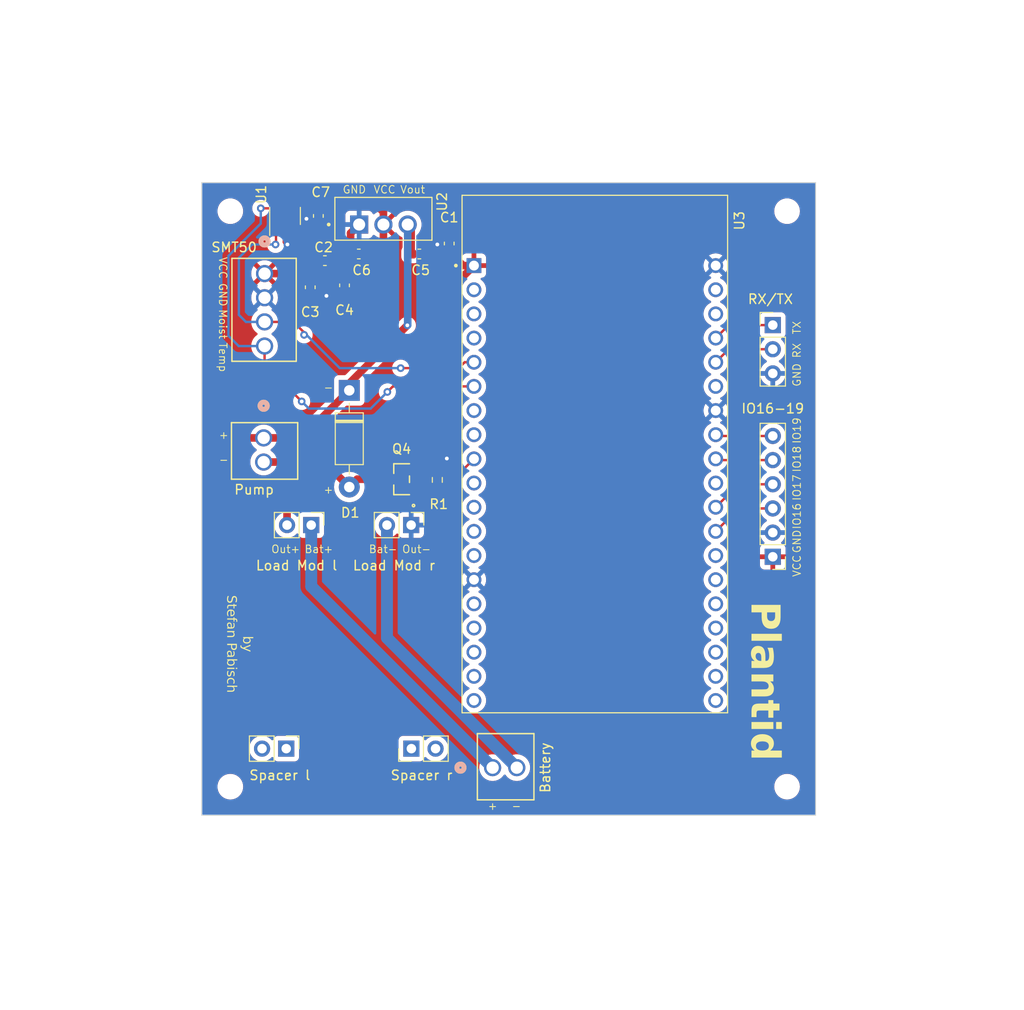
<source format=kicad_pcb>
(kicad_pcb (version 20221018) (generator pcbnew)
  (layers (0 "F.Cu" signal) (31 "B.Cu" signal) (34 "B.Paste" user) (35 "F.Paste" user) (36 "B.SilkS" user "B.Silkscreen") (37 "F.SilkS" user "F.Silkscreen") (38 "B.Mask" user) (39 "F.Mask" user) (44 "Edge.Cuts" user))
  (net 0 "")
  (net 1 "GND")
  (net 2 "+3.3V")
  (net 3 "/Charger +")
  (net 4 "/Moisture")
  (net 5 "/Temperature")
  (net 6 "Net-(J3-Pin_1)")
  (net 7 "Net-(J3-Pin_2)")
  (net 8 "/IO16")
  (net 9 "/IO17")
  (net 10 "/IO18")
  (net 11 "/IO19")
  (net 12 "/TX")
  (net 13 "/RX")
  (net 39 "/Gate")
  (net 40 "Net-(D1-A)")
  (footprint "ESP32-DEVKITC-32D:MODULE_ESP32-DEVKITC-32D" (layer "F.Cu") (at 145.3 106.48)
    (fp_text reference "U3" (at 15.2 -24.48 90) (layer "F.SilkS") (effects (font (size 1.000386 1.000386))))
    (fp_text value "ESP32-DEVKITC-32D")
    (fp_line (start -13.95 -27.15) (end 13.95 -27.15) (stroke (width 0.127)) (layer "F.SilkS"))
    (fp_line (start -13.95 27.25) (end -13.95 -27.15) (stroke (width 0.127)) (layer "F.SilkS"))
    (fp_line (start 13.95 -27.15) (end 13.95 27.25) (stroke (width 0.127)) (layer "F.SilkS"))
    (fp_line (start 13.95 27.25) (end -13.95 27.25) (stroke (width 0.127)) (layer "F.SilkS"))
    (fp_circle (center -14.6 -19.76) (end -14.5 -19.76) (stroke (width 0.2)) (fill none) (layer "F.SilkS"))
    (pad "J2-1" thru_hole rect (at -12.7 -19.76) (size 1.56 1.56) (drill 1.04) (layers "*.Cu" "*.Mask") (net 2 "+3.3V"))
    (pad "J2-2" thru_hole circle (at -12.7 -17.22) (size 1.56 1.56) (drill 1.04) (layers "*.Cu" "*.Mask"))
    (pad "J2-3" thru_hole circle (at -12.7 -14.68) (size 1.56 1.56) (drill 1.04) (layers "*.Cu" "*.Mask"))
    (pad "J2-4" thru_hole circle (at -12.7 -12.14) (size 1.56 1.56) (drill 1.04) (layers "*.Cu" "*.Mask"))
    (pad "J2-5" thru_hole circle (at -12.7 -9.6) (size 1.56 1.56) (drill 1.04) (layers "*.Cu" "*.Mask") (net 4 "/Moisture"))
    (pad "J2-6" thru_hole circle (at -12.7 -7.06) (size 1.56 1.56) (drill 1.04) (layers "*.Cu" "*.Mask") (net 5 "/Temperature"))
    (pad "J2-7" thru_hole circle (at -12.7 -4.52) (size 1.56 1.56) (drill 1.04) (layers "*.Cu" "*.Mask"))
    (pad "J2-8" thru_hole circle (at -12.7 -1.98) (size 1.56 1.56) (drill 1.04) (layers "*.Cu" "*.Mask"))
    (pad "J2-9" thru_hole circle (at -12.7 0.56) (size 1.56 1.56) (drill 1.04) (layers "*.Cu" "*.Mask") (net 39 "/Gate"))
    (pad "J2-10" thru_hole circle (at -12.7 3.1) (size 1.56 1.56) (drill 1.04) (layers "*.Cu" "*.Mask"))
    (pad "J2-11" thru_hole circle (at -12.7 5.64) (size 1.56 1.56) (drill 1.04) (layers "*.Cu" "*.Mask"))
    (pad "J2-12" thru_hole circle (at -12.7 8.18) (size 1.56 1.56) (drill 1.04) (layers "*.Cu" "*.Mask"))
    (pad "J2-13" thru_hole circle (at -12.7 10.72) (size 1.56 1.56) (drill 1.04) (layers "*.Cu" "*.Mask"))
    (pad "J2-14" thru_hole circle (at -12.7 13.26) (size 1.56 1.56) (drill 1.04) (layers "*.Cu" "*.Mask") (net 1 "GND"))
    (pad "J2-15" thru_hole circle (at -12.7 15.8) (size 1.56 1.56) (drill 1.04) (layers "*.Cu" "*.Mask"))
    (pad "J2-16" thru_hole circle (at -12.7 18.34) (size 1.56 1.56) (drill 1.04) (layers "*.Cu" "*.Mask"))
    (pad "J2-17" thru_hole circle (at -12.7 20.88) (size 1.56 1.56) (drill 1.04) (layers "*.Cu" "*.Mask"))
    (pad "J2-18" thru_hole circle (at -12.7 23.42) (size 1.56 1.56) (drill 1.04) (layers "*.Cu" "*.Mask"))
    (pad "J2-19" thru_hole circle (at -12.7 25.96) (size 1.56 1.56) (drill 1.04) (layers "*.Cu" "*.Mask"))
    (pad "J3-1" thru_hole circle (at 12.7 -19.76) (size 1.56 1.56) (drill 1.04) (layers "*.Cu" "*.Mask") (net 1 "GND"))
    (pad "J3-2" thru_hole circle (at 12.7 -17.22) (size 1.56 1.56) (drill 1.04) (layers "*.Cu" "*.Mask"))
    (pad "J3-3" thru_hole circle (at 12.7 -14.68) (size 1.56 1.56) (drill 1.04) (layers "*.Cu" "*.Mask"))
    (pad "J3-4" thru_hole circle (at 12.7 -12.14) (size 1.56 1.56) (drill 1.04) (layers "*.Cu" "*.Mask") (net 12 "/TX"))
    (pad "J3-5" thru_hole circle (at 12.7 -9.6) (size 1.56 1.56) (drill 1.04) (layers "*.Cu" "*.Mask") (net 13 "/RX"))
    (pad "J3-6" thru_hole circle (at 12.7 -7.06) (size 1.56 1.56) (drill 1.04) (layers "*.Cu" "*.Mask"))
    (pad "J3-7" thru_hole circle (at 12.7 -4.52) (size 1.56 1.56) (drill 1.04) (layers "*.Cu" "*.Mask") (net 1 "GND"))
    (pad "J3-8" thru_hole circle (at 12.7 -1.98) (size 1.56 1.56) (drill 1.04) (layers "*.Cu" "*.Mask") (net 11 "/IO19"))
    (pad "J3-9" thru_hole circle (at 12.7 0.56) (size 1.56 1.56) (drill 1.04) (layers "*.Cu" "*.Mask") (net 10 "/IO18"))
    (pad "J3-10" thru_hole circle (at 12.7 3.1) (size 1.56 1.56) (drill 1.04) (layers "*.Cu" "*.Mask"))
    (pad "J3-11" thru_hole circle (at 12.7 5.64) (size 1.56 1.56) (drill 1.04) (layers "*.Cu" "*.Mask") (net 9 "/IO17"))
    (pad "J3-12" thru_hole circle (at 12.7 8.18) (size 1.56 1.56) (drill 1.04) (layers "*.Cu" "*.Mask") (net 8 "/IO16"))
    (pad "J3-13" thru_hole circle (at 12.7 10.72) (size 1.56 1.56) (drill 1.04) (layers "*.Cu" "*.Mask"))
    (pad "J3-14" thru_hole circle (at 12.7 13.26) (size 1.56 1.56) (drill 1.04) (layers "*.Cu" "*.Mask"))
    (pad "J3-15" thru_hole circle (at 12.7 15.8) (size 1.56 1.56) (drill 1.04) (layers "*.Cu" "*.Mask"))
    (pad "J3-16" thru_hole circle (at 12.7 18.34) (size 1.56 1.56) (drill 1.04) (layers "*.Cu" "*.Mask"))
    (pad "J3-17" thru_hole circle (at 12.7 20.88) (size 1.56 1.56) (drill 1.04) (layers "*.Cu" "*.Mask"))
    (pad "J3-18" thru_hole circle (at 12.7 23.42) (size 1.56 1.56) (drill 1.04) (layers "*.Cu" "*.Mask"))
    (pad "J3-19" thru_hole circle (at 12.7 25.96) (size 1.56 1.56) (drill 1.04) (layers "*.Cu" "*.Mask"))
  )
  (footprint "Capacitor_SMD:C_0603_1608Metric_Pad1.08x0.95mm_HandSolder" (layer "F.Cu") (at 119 88.8 90)
    (fp_text reference "C4" (at -2.6 0 180) (layer "F.SilkS"))
    (fp_text value "1u")
    (fp_line (start -0.146267 -0.51) (end 0.146267 -0.51) (stroke (width 0.12)) (layer "F.SilkS"))
    (fp_line (start -0.146267 0.51) (end 0.146267 0.51) (stroke (width 0.12)) (layer "F.SilkS"))
    (pad "1" smd roundrect (at -0.8625 0 90) (size 1.075 0.95) (layers "F.Cu" "F.Paste" "F.Mask") (net 1 "GND"))
    (pad "2" smd roundrect (at 0.8625 0 90) (size 1.075 0.95) (layers "F.Cu" "F.Paste" "F.Mask") (net 2 "+3.3V"))
  )
  (footprint "Capacitor_SMD:C_0603_1608Metric_Pad1.08x0.95mm_HandSolder" (layer "F.Cu") (at 116.9375 86.2 180)
    (fp_text reference "C2" (at 0.1375 1.4 180) (layer "F.SilkS"))
    (fp_text value "10u")
    (fp_line (start -0.146267 -0.51) (end 0.146267 -0.51) (stroke (width 0.12)) (layer "F.SilkS"))
    (fp_line (start -0.146267 0.51) (end 0.146267 0.51) (stroke (width 0.12)) (layer "F.SilkS"))
    (pad "1" smd roundrect (at -0.8625 0 180) (size 1.075 0.95) (layers "F.Cu" "F.Paste" "F.Mask") (net 1 "GND"))
    (pad "2" smd roundrect (at 0.8625 0 180) (size 1.075 0.95) (layers "F.Cu" "F.Paste" "F.Mask") (net 2 "+3.3V"))
  )
  (footprint "MountingHole:MountingHole_2.2mm_M2" (layer "F.Cu") (at 165.5 81)
    (fp_text reference "H2")
    (fp_text value "MountingHole")
    (pad "" np_thru_hole circle (at 0 0) (size 2.2 2.2) (drill 2.2) (layers "*.Cu" "*.Mask"))
  )
  (footprint "MountingHole:MountingHole_2.2mm_M2" (layer "F.Cu") (at 165.5 141.5)
    (fp_text reference "H4")
    (fp_text value "MountingHole")
    (pad "" np_thru_hole circle (at 0 0) (size 2.2 2.2) (drill 2.2) (layers "*.Cu" "*.Mask"))
  )
  (footprint "MountingHole:MountingHole_2.2mm_M2" (layer "F.Cu") (at 107 81)
    (fp_text reference "H1")
    (fp_text value "MountingHole")
    (pad "" np_thru_hole circle (at 0 0) (size 2.2 2.2) (drill 2.2) (layers "*.Cu" "*.Mask"))
  )
  (footprint "Resistor_SMD:R_0603_1608Metric_Pad0.98x0.95mm_HandSolder" (layer "F.Cu") (at 128.75 109.25 -90)
    (fp_text reference "R1" (at 2.55 -0.15 -180) (layer "F.SilkS"))
    (fp_text value "10k")
    (fp_line (start -0.254724 -0.5225) (end 0.254724 -0.5225) (stroke (width 0.12)) (layer "F.SilkS"))
    (fp_line (start -0.254724 0.5225) (end 0.254724 0.5225) (stroke (width 0.12)) (layer "F.SilkS"))
    (pad "1" smd roundrect (at -0.9125 0 270) (size 0.975 0.95) (layers "F.Cu" "F.Paste" "F.Mask") (net 1 "GND"))
    (pad "2" smd roundrect (at 0.9125 0 270) (size 0.975 0.95) (layers "F.Cu" "F.Paste" "F.Mask") (net 39 "/Gate"))
  )
  (footprint "Capacitor_SMD:C_0603_1608Metric_Pad1.08x0.95mm_HandSolder" (layer "F.Cu") (at 115.4 89 90)
    (fp_text reference "C3" (at -2.6 0 180) (layer "F.SilkS"))
    (fp_text value "10u")
    (fp_line (start -0.146267 -0.51) (end 0.146267 -0.51) (stroke (width 0.12)) (layer "F.SilkS"))
    (fp_line (start -0.146267 0.51) (end 0.146267 0.51) (stroke (width 0.12)) (layer "F.SilkS"))
    (pad "1" smd roundrect (at -0.8625 0 90) (size 1.075 0.95) (layers "F.Cu" "F.Paste" "F.Mask") (net 1 "GND"))
    (pad "2" smd roundrect (at 0.8625 0 90) (size 1.075 0.95) (layers "F.Cu" "F.Paste" "F.Mask") (net 2 "+3.3V"))
  )
  (footprint "Connector_PinHeader_2.54mm:PinHeader_1x03_P2.54mm_Vertical" (layer "F.Cu") (at 164 92.975)
    (fp_text reference "J7")
    (fp_text value "RX/TX" (at -0.25 -2.725) (layer "F.SilkS"))
    (fp_line (start -1.33 -1.33) (end 0 -1.33) (stroke (width 0.12)) (layer "F.SilkS"))
    (fp_line (start -1.33 0) (end -1.33 -1.33) (stroke (width 0.12)) (layer "F.SilkS"))
    (fp_line (start -1.33 1.27) (end -1.33 6.41) (stroke (width 0.12)) (layer "F.SilkS"))
    (fp_line (start -1.33 1.27) (end 1.33 1.27) (stroke (width 0.12)) (layer "F.SilkS"))
    (fp_line (start -1.33 6.41) (end 1.33 6.41) (stroke (width 0.12)) (layer "F.SilkS"))
    (fp_line (start 1.33 1.27) (end 1.33 6.41) (stroke (width 0.12)) (layer "F.SilkS"))
    (pad "1" thru_hole rect (at 0 0) (size 1.7 1.7) (drill 1) (layers "*.Cu" "*.Mask") (net 12 "/TX"))
    (pad "2" thru_hole oval (at 0 2.54) (size 1.7 1.7) (drill 1) (layers "*.Cu" "*.Mask") (net 13 "/RX"))
    (pad "3" thru_hole oval (at 0 5.08) (size 1.7 1.7) (drill 1) (layers "*.Cu" "*.Mask") (net 1 "GND"))
  )
  (footprint "Connector_PinHeader_2.54mm:PinHeader_1x06_P2.54mm_Vertical" (layer "F.Cu") (at 164 117.33 180)
    (fp_text reference "J6")
    (fp_text value "IO16-19" (at 0 15.58) (layer "F.SilkS"))
    (fp_line (start -1.33 -1.33) (end 0 -1.33) (stroke (width 0.12)) (layer "F.SilkS"))
    (fp_line (start -1.33 0) (end -1.33 -1.33) (stroke (width 0.12)) (layer "F.SilkS"))
    (fp_line (start -1.33 1.27) (end -1.33 14.03) (stroke (width 0.12)) (layer "F.SilkS"))
    (fp_line (start -1.33 1.27) (end 1.33 1.27) (stroke (width 0.12)) (layer "F.SilkS"))
    (fp_line (start -1.33 14.03) (end 1.33 14.03) (stroke (width 0.12)) (layer "F.SilkS"))
    (fp_line (start 1.33 1.27) (end 1.33 14.03) (stroke (width 0.12)) (layer "F.SilkS"))
    (pad "1" thru_hole rect (at 0 0 180) (size 1.7 1.7) (drill 1) (layers "*.Cu" "*.Mask") (net 2 "+3.3V"))
    (pad "2" thru_hole oval (at 0 2.54 180) (size 1.7 1.7) (drill 1) (layers "*.Cu" "*.Mask") (net 1 "GND"))
    (pad "3" thru_hole oval (at 0 5.08 180) (size 1.7 1.7) (drill 1) (layers "*.Cu" "*.Mask") (net 8 "/IO16"))
    (pad "4" thru_hole oval (at 0 7.62 180) (size 1.7 1.7) (drill 1) (layers "*.Cu" "*.Mask") (net 9 "/IO17"))
    (pad "5" thru_hole oval (at 0 10.16 180) (size 1.7 1.7) (drill 1) (layers "*.Cu" "*.Mask") (net 10 "/IO18"))
    (pad "6" thru_hole oval (at 0 12.7 180) (size 1.7 1.7) (drill 1) (layers "*.Cu" "*.Mask") (net 11 "/IO19"))
  )
  (footprint "1x04 Connector:CONN_OSTVN04A150_OST" (layer "F.Cu") (at 110.6 87.56 -90)
    (fp_text reference "J1")
    (fp_text value "SMT50" (at -2.76 3.2 unlocked) (layer "F.SilkS"))
    (fp_circle (center -3.3782 0) (end -2.9972 0) (stroke (width 0.508)) (fill none) (layer "B.SilkS"))
    (fp_line (start -1.6002 -3.327001) (end -1.6002 3.429399) (stroke (width 0.1524)) (layer "F.SilkS"))
    (fp_line (start -1.6002 3.429399) (end 9.2202 3.429399) (stroke (width 0.1524)) (layer "F.SilkS"))
    (fp_line (start 9.2202 -3.327001) (end -1.6002 -3.327001) (stroke (width 0.1524)) (layer "F.SilkS"))
    (fp_line (start 9.2202 3.429399) (end 9.2202 -3.327001) (stroke (width 0.1524)) (layer "F.SilkS"))
    (fp_circle (center -3.3782 0) (end -2.9972 0) (stroke (width 0.508)) (fill none) (layer "F.SilkS"))
    (pad "1" thru_hole circle (at 0 0 270) (size 1.8034 1.8034) (drill 1.2954) (layers "*.Cu" "*.Mask") (net 2 "+3.3V"))
    (pad "2" thru_hole circle (at 2.54 0 270) (size 1.8034 1.8034) (drill 1.2954) (layers "*.Cu" "*.Mask") (net 1 "GND"))
    (pad "3" thru_hole circle (at 5.08 0 270) (size 1.8034 1.8034) (drill 1.2954) (layers "*.Cu" "*.Mask") (net 4 "/Moisture"))
    (pad "4" thru_hole circle (at 7.62 0 270) (size 1.8034 1.8034) (drill 1.2954) (layers "*.Cu" "*.Mask") (net 5 "/Temperature"))
  )
  (footprint "LD1117V33:TO255P1020X450X1968-3" (layer "F.Cu") (at 123.0875 81.8)
    (fp_text reference "U2" (at 6.1625 -1.8 -90) (layer "F.SilkS"))
    (fp_text value "LD1117S33TR_SOT223")
    (fp_line (start -5.1 -2.25) (end 5.1 -2.25) (stroke (width 0.127)) (layer "F.SilkS"))
    (fp_line (start -5.1 2.25) (end -5.1 -2.25) (stroke (width 0.127)) (layer "F.SilkS"))
    (fp_line (start 5.1 -2.25) (end 5.1 2.25) (stroke (width 0.127)) (layer "F.SilkS"))
    (fp_line (start 5.1 2.25) (end -5.1 2.25) (stroke (width 0.127)) (layer "F.SilkS"))
    (fp_circle (center -5.75 0.605) (end -5.65 0.605) (stroke (width 0.2)) (fill none) (layer "F.SilkS"))
    (pad "1" thru_hole rect (at -2.55 0.605) (size 1.91 1.91) (drill 1.27) (layers "*.Cu" "*.Mask") (net 1 "GND"))
    (pad "2" thru_hole circle (at 0 0.605) (size 1.91 1.91) (drill 1.27) (layers "*.Cu" "*.Mask") (net 2 "+3.3V"))
    (pad "3" thru_hole circle (at 2.55 0.605) (size 1.91 1.91) (drill 1.27) (layers "*.Cu" "*.Mask") (net 3 "/Charger +"))
  )
  (footprint "Connector_PinHeader_2.54mm:PinHeader_1x02_P2.54mm_Vertical" (layer "F.Cu") (at 115.5 114 -90)
    (fp_text reference "J5")
    (fp_text value "Load Mod l" (at 4.25 1.54) (layer "F.SilkS"))
    (fp_line (start -1.33 -1.33) (end 0 -1.33) (stroke (width 0.12)) (layer "F.SilkS"))
    (fp_line (start -1.33 0) (end -1.33 -1.33) (stroke (width 0.12)) (layer "F.SilkS"))
    (fp_line (start -1.33 1.27) (end -1.33 3.87) (stroke (width 0.12)) (layer "F.SilkS"))
    (fp_line (start -1.33 1.27) (end 1.33 1.27) (stroke (width 0.12)) (layer "F.SilkS"))
    (fp_line (start -1.33 3.87) (end 1.33 3.87) (stroke (width 0.12)) (layer "F.SilkS"))
    (fp_line (start 1.33 1.27) (end 1.33 3.87) (stroke (width 0.12)) (layer "F.SilkS"))
    (pad "1" thru_hole rect (at 0 0 270) (size 1.7 1.7) (drill 1) (layers "*.Cu" "*.Mask") (net 6 "Net-(J3-Pin_1)"))
    (pad "2" thru_hole oval (at 0 2.54 270) (size 1.7 1.7) (drill 1) (layers "*.Cu" "*.Mask") (net 3 "/Charger +"))
  )
  (footprint "1x02 Connector:CONN_OSTVN02A150_OST" (layer "F.Cu") (at 134.56 139.5)
    (fp_text reference "J3")
    (fp_text value "Battery" (at 5.54 0 90 unlocked) (layer "F.SilkS"))
    (fp_circle (center -3.379724 0) (end -2.998724 0) (stroke (width 0.508)) (fill none) (layer "B.SilkS"))
    (fp_line (start -1.601724 -3.577001) (end -1.601724 3.382599) (stroke (width 0.1524)) (layer "F.SilkS"))
    (fp_line (start -1.601724 3.382599) (end 4.341876 3.382599) (stroke (width 0.1524)) (layer "F.SilkS"))
    (fp_line (start 4.341876 -3.577001) (end -1.601724 -3.577001) (stroke (width 0.1524)) (layer "F.SilkS"))
    (fp_line (start 4.341876 3.382599) (end 4.341876 -3.577001) (stroke (width 0.1524)) (layer "F.SilkS"))
    (fp_circle (center -3.379724 0) (end -2.998724 0) (stroke (width 0.508)) (fill none) (layer "F.SilkS"))
    (pad "1" thru_hole circle (at 0 0) (size 1.8034 1.8034) (drill 1.2954) (layers "*.Cu" "*.Mask") (net 6 "Net-(J3-Pin_1)"))
    (pad "2" thru_hole circle (at 2.54 0) (size 1.8034 1.8034) (drill 1.2954) (layers "*.Cu" "*.Mask") (net 7 "Net-(J3-Pin_2)"))
  )
  (footprint "Capacitor_SMD:C_0603_1608Metric_Pad1.08x0.95mm_HandSolder" (layer "F.Cu") (at 130 84.4 -90)
    (fp_text reference "C1" (at -2.7375 0) (layer "F.SilkS"))
    (fp_text value "100n")
    (fp_line (start -0.146267 -0.51) (end 0.146267 -0.51) (stroke (width 0.12)) (layer "F.SilkS"))
    (fp_line (start -0.146267 0.51) (end 0.146267 0.51) (stroke (width 0.12)) (layer "F.SilkS"))
    (pad "1" smd roundrect (at -0.8625 0 270) (size 1.075 0.95) (layers "F.Cu" "F.Paste" "F.Mask") (net 1 "GND"))
    (pad "2" smd roundrect (at 0.8625 0 270) (size 1.075 0.95) (layers "F.Cu" "F.Paste" "F.Mask") (net 2 "+3.3V"))
  )
  (footprint "Connector_PinHeader_2.54mm:PinHeader_1x02_P2.54mm_Vertical" (layer "F.Cu") (at 126 114 -90)
    (fp_text reference "J4")
    (fp_text value "Load Mod r" (at 4.25 1.8) (layer "F.SilkS"))
    (fp_line (start -1.33 -1.33) (end 0 -1.33) (stroke (width 0.12)) (layer "F.SilkS"))
    (fp_line (start -1.33 0) (end -1.33 -1.33) (stroke (width 0.12)) (layer "F.SilkS"))
    (fp_line (start -1.33 1.27) (end -1.33 3.87) (stroke (width 0.12)) (layer "F.SilkS"))
    (fp_line (start -1.33 1.27) (end 1.33 1.27) (stroke (width 0.12)) (layer "F.SilkS"))
    (fp_line (start -1.33 3.87) (end 1.33 3.87) (stroke (width 0.12)) (layer "F.SilkS"))
    (fp_line (start 1.33 1.27) (end 1.33 3.87) (stroke (width 0.12)) (layer "F.SilkS"))
    (pad "1" thru_hole rect (at 0 0 270) (size 1.7 1.7) (drill 1) (layers "*.Cu" "*.Mask") (net 1 "GND"))
    (pad "2" thru_hole oval (at 0 2.54 270) (size 1.7 1.7) (drill 1) (layers "*.Cu" "*.Mask") (net 7 "Net-(J3-Pin_2)"))
  )
  (footprint "MountingHole:MountingHole_2.2mm_M2" (layer "F.Cu") (at 107 141.5)
    (fp_text reference "H3")
    (fp_text value "MountingHole")
    (pad "" np_thru_hole circle (at 0 0) (size 2.2 2.2) (drill 2.2) (layers "*.Cu" "*.Mask"))
  )
  (footprint "Capacitor_SMD:C_0603_1608Metric_Pad1.08x0.95mm_HandSolder" (layer "F.Cu") (at 116.25 81.5 -90)
    (fp_text reference "C7" (at -2.5 -0.25 -180) (layer "F.SilkS"))
    (fp_text value "100n")
    (fp_line (start -0.146267 -0.51) (end 0.146267 -0.51) (stroke (width 0.12)) (layer "F.SilkS"))
    (fp_line (start -0.146267 0.51) (end 0.146267 0.51) (stroke (width 0.12)) (layer "F.SilkS"))
    (pad "1" smd roundrect (at -0.8625 0 270) (size 1.075 0.95) (layers "F.Cu" "F.Paste" "F.Mask") (net 2 "+3.3V"))
    (pad "2" smd roundrect (at 0.8625 0 270) (size 1.075 0.95) (layers "F.Cu" "F.Paste" "F.Mask") (net 1 "GND"))
  )
  (footprint "Package_TO_SOT_SMD:SOT-23-6_Handsoldering" (layer "F.Cu") (at 112.75 81.5 90)
    (fp_text reference "U1" (at 2.25 -2.5 270) (layer "F.SilkS"))
    (fp_text value "WE-TVS-824015043")
    (fp_line (start -0.9 1.61) (end 0.9 1.61) (stroke (width 0.12)) (layer "F.SilkS"))
    (fp_line (start 0.9 -1.61) (end -2.05 -1.61) (stroke (width 0.12)) (layer "F.SilkS"))
    (pad "1" smd rect (at -1.35 -0.95 90) (size 1.56 0.65) (layers "F.Cu" "F.Paste" "F.Mask") (net 4 "/Moisture"))
    (pad "2" smd rect (at -1.35 0 90) (size 1.56 0.65) (layers "F.Cu" "F.Paste" "F.Mask") (net 1 "GND"))
    (pad "3" smd rect (at -1.35 0.95 90) (size 1.56 0.65) (layers "F.Cu" "F.Paste" "F.Mask"))
    (pad "4" smd rect (at 1.35 0.95 90) (size 1.56 0.65) (layers "F.Cu" "F.Paste" "F.Mask"))
    (pad "5" smd rect (at 1.35 0 90) (size 1.56 0.65) (layers "F.Cu" "F.Paste" "F.Mask") (net 2 "+3.3V"))
    (pad "6" smd rect (at 1.35 -0.95 90) (size 1.56 0.65) (layers "F.Cu" "F.Paste" "F.Mask") (net 5 "/Temperature"))
  )
  (footprint "Connector_PinHeader_2.54mm:PinHeader_1x02_P2.54mm_Vertical" (layer "F.Cu") (at 126.025 137.5 90)
    (fp_text reference "J8")
    (fp_text value "Spacer r" (at -2.8 1.075) (layer "F.SilkS"))
    (fp_line (start -1.33 -1.33) (end 0 -1.33) (stroke (width 0.12)) (layer "F.SilkS"))
    (fp_line (start -1.33 0) (end -1.33 -1.33) (stroke (width 0.12)) (layer "F.SilkS"))
    (fp_line (start -1.33 1.27) (end -1.33 3.87) (stroke (width 0.12)) (layer "F.SilkS"))
    (fp_line (start -1.33 1.27) (end 1.33 1.27) (stroke (width 0.12)) (layer "F.SilkS"))
    (fp_line (start -1.33 3.87) (end 1.33 3.87) (stroke (width 0.12)) (layer "F.SilkS"))
    (fp_line (start 1.33 1.27) (end 1.33 3.87) (stroke (width 0.12)) (layer "F.SilkS"))
    (pad "1" thru_hole rect (at 0 0 90) (size 1.7 1.7) (drill 1) (layers "*.Cu" "*.Mask"))
    (pad "2" thru_hole oval (at 0 2.54 90) (size 1.7 1.7) (drill 1) (layers "*.Cu" "*.Mask"))
  )
  (footprint "Connector_PinHeader_2.54mm:PinHeader_1x02_P2.54mm_Vertical" (layer "F.Cu") (at 112.875 137.5 -90)
    (fp_text reference "J9")
    (fp_text value "Spacer l" (at 2.8 0.675) (layer "F.SilkS"))
    (fp_line (start -1.33 -1.33) (end 0 -1.33) (stroke (width 0.12)) (layer "F.SilkS"))
    (fp_line (start -1.33 0) (end -1.33 -1.33) (stroke (width 0.12)) (layer "F.SilkS"))
    (fp_line (start -1.33 1.27) (end -1.33 3.87) (stroke (width 0.12)) (layer "F.SilkS"))
    (fp_line (start -1.33 1.27) (end 1.33 1.27) (stroke (width 0.12)) (layer "F.SilkS"))
    (fp_line (start -1.33 3.87) (end 1.33 3.87) (stroke (width 0.12)) (layer "F.SilkS"))
    (fp_line (start 1.33 1.27) (end 1.33 3.87) (stroke (width 0.12)) (layer "F.SilkS"))
    (pad "1" thru_hole rect (at 0 0 270) (size 1.7 1.7) (drill 1) (layers "*.Cu" "*.Mask"))
    (pad "2" thru_hole oval (at 0 2.54 270) (size 1.7 1.7) (drill 1) (layers "*.Cu" "*.Mask"))
  )
  (footprint "Diode_THT:D_DO-41_SOD81_P10.16mm_Horizontal" (layer "F.Cu") (at 119.5 99.84 -90)
    (fp_text reference "D1" (at 12.86 -0.1 -180) (layer "F.SilkS"))
    (fp_text value "D")
    (fp_line (start 1.34 0) (end 2.36 0) (stroke (width 0.12)) (layer "F.SilkS"))
    (fp_line (start 2.36 -1.47) (end 2.36 1.47) (stroke (width 0.12)) (layer "F.SilkS"))
    (fp_line (start 2.36 1.47) (end 7.8 1.47) (stroke (width 0.12)) (layer "F.SilkS"))
    (fp_line (start 3.14 -1.47) (end 3.14 1.47) (stroke (width 0.12)) (layer "F.SilkS"))
    (fp_line (start 3.26 -1.47) (end 3.26 1.47) (stroke (width 0.12)) (layer "F.SilkS"))
    (fp_line (start 3.38 -1.47) (end 3.38 1.47) (stroke (width 0.12)) (layer "F.SilkS"))
    (fp_line (start 7.8 -1.47) (end 2.36 -1.47) (stroke (width 0.12)) (layer "F.SilkS"))
    (fp_line (start 7.8 1.47) (end 7.8 -1.47) (stroke (width 0.12)) (layer "F.SilkS"))
    (fp_line (start 8.82 0) (end 7.8 0) (stroke (width 0.12)) (layer "F.SilkS"))
    (pad "1" thru_hole rect (at 0 0 270) (size 2.2 2.2) (drill 1.1) (layers "*.Cu" "*.Mask") (net 3 "/Charger +"))
    (pad "2" thru_hole oval (at 10.16 0 270) (size 2.2 2.2) (drill 1.1) (layers "*.Cu" "*.Mask") (net 40 "Net-(D1-A)"))
  )
  (footprint "BSH108:SOT23_NXP" (layer "F.Cu") (at 125 109.1785 90)
    (fp_text reference "Q4" (at 3.1785 0 unlocked) (layer "F.SilkS"))
    (fp_text value "BSH108")
    (fp_line (start -1.6256 -0.8255) (end -1.6256 0.8255) (stroke (width 0.1524)) (layer "F.SilkS"))
    (fp_line (start -0.61214 -0.8255) (end -1.6256 -0.8255) (stroke (width 0.1524)) (layer "F.SilkS"))
    (fp_line (start -0.34036 0.8255) (end 0.34036 0.8255) (stroke (width 0.1524)) (layer "F.SilkS"))
    (fp_line (start 1.6256 -0.8255) (end 0.61214 -0.8255) (stroke (width 0.1524)) (layer "F.SilkS"))
    (fp_line (start 1.6256 0.8255) (end 1.6256 -0.8255) (stroke (width 0.1524)) (layer "F.SilkS"))
    (fp_circle (center -2.7686 1.25) (end -2.6416 1.25) (stroke (width 0.1524)) (fill none) (layer "F.SilkS"))
    (pad "1" smd rect (at -0.9525 0.9452 90) (size 0.5588 1.3208) (layers "F.Cu" "F.Paste" "F.Mask") (net 39 "/Gate"))
    (pad "2" smd rect (at 0.9525 0.9452 90) (size 0.5588 1.3208) (layers "F.Cu" "F.Paste" "F.Mask") (net 1 "GND"))
    (pad "3" smd rect (at 0 -0.84725 90) (size 0.5588 1.3208) (layers "F.Cu" "F.Paste" "F.Mask") (net 40 "Net-(D1-A)"))
  )
  (footprint "Capacitor_SMD:C_0603_1608Metric_Pad1.08x0.95mm_HandSolder" (layer "F.Cu") (at 126.8625 85.5)
    (fp_text reference "C5" (at 0.1375 1.7) (layer "F.SilkS"))
    (fp_text value "100n")
    (fp_line (start -0.146267 -0.51) (end 0.146267 -0.51) (stroke (width 0.12)) (layer "F.SilkS"))
    (fp_line (start -0.146267 0.51) (end 0.146267 0.51) (stroke (width 0.12)) (layer "F.SilkS"))
    (pad "1" smd roundrect (at -0.8625 0) (size 1.075 0.95) (layers "F.Cu" "F.Paste" "F.Mask") (net 3 "/Charger +"))
    (pad "2" smd roundrect (at 0.8625 0) (size 1.075 0.95) (layers "F.Cu" "F.Paste" "F.Mask") (net 1 "GND"))
  )
  (footprint "1x02 Connector:CONN_OSTVN02A150_OST" (layer "F.Cu") (at 110.502799 104.834824 -90)
    (fp_text reference "J2")
    (fp_text value "Pump" (at 5.44 1.002799 unlocked) (layer "F.SilkS"))
    (fp_circle (center -3.379724 0) (end -2.998724 0) (stroke (width 0.508)) (fill none) (layer "B.SilkS"))
    (fp_line (start -1.601724 -3.577001) (end -1.601724 3.382599) (stroke (width 0.1524)) (layer "F.SilkS"))
    (fp_line (start -1.601724 3.382599) (end 4.341876 3.382599) (stroke (width 0.1524)) (layer "F.SilkS"))
    (fp_line (start 4.341876 -3.577001) (end -1.601724 -3.577001) (stroke (width 0.1524)) (layer "F.SilkS"))
    (fp_line (start 4.341876 3.382599) (end 4.341876 -3.577001) (stroke (width 0.1524)) (layer "F.SilkS"))
    (fp_circle (center -3.379724 0) (end -2.998724 0) (stroke (width 0.508)) (fill none) (layer "F.SilkS"))
    (pad "1" thru_hole circle (at 0 0 270) (size 1.8034 1.8034) (drill 1.2954) (layers "*.Cu" "*.Mask") (net 3 "/Charger +"))
    (pad "2" thru_hole circle (at 2.54 0 270) (size 1.8034 1.8034) (drill 1.2954) (layers "*.Cu" "*.Mask") (net 40 "Net-(D1-A)"))
  )
  (footprint "Capacitor_SMD:C_0603_1608Metric_Pad1.08x0.95mm_HandSolder" (layer "F.Cu") (at 120.5 85.5 180)
    (fp_text reference "C6" (at -0.3 -1.7 180) (layer "F.SilkS"))
    (fp_text value "10u")
    (fp_line (start -0.146267 -0.51) (end 0.146267 -0.51) (stroke (width 0.12)) (layer "F.SilkS"))
    (fp_line (start -0.146267 0.51) (end 0.146267 0.51) (stroke (width 0.12)) (layer "F.SilkS"))
    (pad "1" smd roundrect (at -0.8625 0 180) (size 1.075 0.95) (layers "F.Cu" "F.Paste" "F.Mask") (net 2 "+3.3V"))
    (pad "2" smd roundrect (at 0.8625 0 180) (size 1.075 0.95) (layers "F.Cu" "F.Paste" "F.Mask") (net 1 "GND"))
  )
  (gr_line (start 104 78) (end 104 144.5) (stroke (width 0.1)) (layer "Edge.Cuts"))
  (gr_line (start 104 144.5) (end 168.5 144.5) (stroke (width 0.1)) (layer "Edge.Cuts"))
  (gr_line (start 168.5 78) (end 168.5 144.5) (stroke (width 0.1)) (layer "Edge.Cuts"))
  (gr_line (start 168.5 78) (end 104 78) (stroke (width 0.1)) (layer "Edge.Cuts"))
  (gr_text "IO16" (at 167 114.5 90) (layer "F.SilkS") (effects (font (size 0.8 0.8) (thickness 0.1)) (justify left bottom)))
  (gr_text "RX" (at 167 96.5 90) (layer "F.SilkS") (effects (font (size 0.8 0.8) (thickness 0.1)) (justify left bottom)))
  (gr_text "Bat+" (at 114.75 117) (layer "F.SilkS") (effects (font (size 0.8 0.8) (thickness 0.1)) (justify left bottom)))
  (gr_text "VCC" (at 105.75 85.75 270) (layer "F.SilkS") (effects (font (size 0.8 0.8) (thickness 0.1)) (justify left bottom)))
  (gr_text "-" (at 136.5 144) (layer "F.SilkS") (effects (font (size 0.8 0.8) (thickness 0.1)) (justify left bottom)))
  (gr_text "Out-" (at 125 117) (layer "F.SilkS") (effects (font (size 0.8 0.8) (thickness 0.1)) (justify left bottom)))
  (gr_text "by\nStefan Pabisch" (at 106.5 126.5 -90) (layer "F.SilkS") (effects (font (size 1 1)) (justify bottom)))
  (gr_text "GND" (at 105.75 88.5 270) (layer "F.SilkS") (effects (font (size 0.8 0.8) (thickness 0.1)) (justify left bottom)))
  (gr_text "Temp" (at 105.75 94.75 270) (layer "F.SilkS") (effects (font (size 0.8 0.8) (thickness 0.1)) (justify left bottom)))
  (gr_text "+" (at 134 144) (layer "F.SilkS") (effects (font (size 0.8 0.8) (thickness 0.1)) (justify left bottom)))
  (gr_text "GND" (at 167 99.5 90) (layer "F.SilkS") (effects (font (size 0.8 0.8) (thickness 0.1)) (justify left bottom)))
  (gr_text "-" (at 105.75 107.6) (layer "F.SilkS") (effects (font (size 0.8 0.8) (thickness 0.1)) (justify left bottom)))
  (gr_text "GND" (at 167 117 90) (layer "F.SilkS") (effects (font (size 0.8 0.8) (thickness 0.1)) (justify left bottom)))
  (gr_text "Plantid" (at 161.25 122 270) (layer "F.SilkS") (effects (font (size 3 3) (thickness 0.6) bold) (justify left bottom)))
  (gr_text "Bat-" (at 121.5 117) (layer "F.SilkS") (effects (font (size 0.8 0.8) (thickness 0.1)) (justify left bottom)))
  (gr_text "GND" (at 118.75 79.2) (layer "F.SilkS") (effects (font (size 0.8 0.8) (thickness 0.1)) (justify left bottom)))
  (gr_text "Out+" (at 111.25 117) (layer "F.SilkS") (effects (font (size 0.8 0.8) (thickness 0.1)) (justify left bottom)))
  (gr_text "+" (at 116.75 110.75) (layer "F.SilkS") (effects (font (size 0.8 0.8) (thickness 0.1)) (justify left bottom)))
  (gr_text "VCC" (at 122 79.2) (layer "F.SilkS") (effects (font (size 0.8 0.8) (thickness 0.1)) (justify left bottom)))
  (gr_text "IO17" (at 167 111.5 90) (layer "F.SilkS") (effects (font (size 0.8 0.8) (thickness 0.1)) (justify left bottom)))
  (gr_text "IO18" (at 167 108.5 90) (layer "F.SilkS") (effects (font (size 0.8 0.8) (thickness 0.1)) (justify left bottom)))
  (gr_text "TX" (at 167 94 90) (layer "F.SilkS") (effects (font (size 0.8 0.8) (thickness 0.1)) (justify left bottom)))
  (gr_text "VCC" (at 167 119.5 90) (layer "F.SilkS") (effects (font (size 0.8 0.8) (thickness 0.1)) (justify left bottom)))
  (gr_text "+" (at 105.75 105) (layer "F.SilkS") (effects (font (size 0.8 0.8) (thickness 0.1)) (justify left bottom)))
  (gr_text "Vout" (at 124.8 79.2) (layer "F.SilkS") (effects (font (size 0.8 0.8) (thickness 0.1)) (justify left bottom)))
  (gr_text "-" (at 116.75 100) (layer "F.SilkS") (effects (font (size 0.8 0.8) (thickness 0.1)) (justify left bottom)))
  (gr_text "Moist" (at 105.75 91.25 270) (layer "F.SilkS") (effects (font (size 0.8 0.8) (thickness 0.1)) (justify left bottom)))
  (gr_text "IO19" (at 167 105.5 90) (layer "F.SilkS") (effects (font (size 0.8 0.8) (thickness 0.1)) (justify left bottom)))
  (segment (start 128.75 84.475) (end 129.6875 83.5375) (width 0.8) (layer "F.Cu") (net 1))
  (segment (start 128.75 84.5) (end 128.75 84.475) (width 0.8) (layer "F.Cu") (net 1))
  (segment (start 115.4 89.8625) (end 117.0625 89.8625) (width 0.5) (layer "F.Cu") (net 1))
  (segment (start 115.5625 82.3625) (end 115.1 81.9) (width 0.5) (layer "F.Cu") (net 1))
  (segment (start 112.75 84.25) (end 112.75 82.85) (width 0.5) (layer "F.Cu") (net 1))
  (segment (start 116.25 82.3625) (end 115.5625 82.3625) (width 0.5) (layer "F.Cu") (net 1))
  (segment (start 128.75 108.3375) (end 126.0567 108.3375) (width 0.8) (layer "F.Cu") (net 1))
  (segment (start 117.8 86.2) (end 118.9375 86.2) (width 0.8) (layer "F.Cu") (net 1))
  (segment (start 128.725 84.5) (end 127.725 85.5) (width 0.8) (layer "F.Cu") (net 1))
  (segment (start 119.6375 85.5) (end 119.6375 83.305) (width 0.8) (layer "F.Cu") (net 1))
  (segment (start 119.6375 83.305) (end 120.5375 82.405) (width 0.8) (layer "F.Cu") (net 1))
  (segment (start 130 83.5375) (end 129.6875 83.5375) (width 0.8) (layer "F.Cu") (net 1))
  (segment (start 118.7625 89.9) (end 119 89.6625) (width 0.5) (layer "F.Cu") (net 1))
  (segment (start 128.75 108.3375) (end 128.75 108) (width 0.8) (layer "F.Cu") (net 1))
  (segment (start 118.9375 86.2) (end 119.6375 85.5) (width 0.8) (layer "F.Cu") (net 1))
  (segment (start 128.75 108) (end 129.75 107) (width 0.8) (layer "F.Cu") (net 1))
  (segment (start 117.1 89.9) (end 118.7625 89.9) (width 0.5) (layer "F.Cu") (net 1))
  (segment (start 117.0625 89.8625) (end 117.1 89.9) (width 0.5) (layer "F.Cu") (net 1))
  (segment (start 113 84.5) (end 112.75 84.25) (width 0.5) (layer "F.Cu") (net 1))
  (segment (start 126.0567 108.3375) (end 125.9452 108.226) (width 0.8) (layer "F.Cu") (net 1))
  (segment (start 115.1 81.9) (end 115 81.8) (width 0.5) (layer "F.Cu") (net 1))
  (via (at 115 81.8) (size 0.8) (drill 0.4) (layers "F.Cu" "B.Cu") (net 1))
  (via (at 117.1 89.9) (size 0.8) (drill 0.4) (layers "F.Cu" "B.Cu") (net 1))
  (via (at 128.75 84.5) (size 0.8) (drill 0.4) (layers "F.Cu" "B.Cu") (net 1))
  (via (at 113 84.5) (size 0.8) (drill 0.4) (layers "F.Cu" "B.Cu") (net 1))
  (via (at 129.75 107) (size 0.8) (drill 0.4) (layers "F.Cu" "B.Cu") (net 1))
  (segment (start 129.7 89.62) (end 132.6 86.72) (width 0.8) (layer "F.Cu") (net 2))
  (segment (start 132.6 86.72) (end 131.4575 86.72) (width 0.8) (layer "F.Cu") (net 2))
  (segment (start 116.25 80.6375) (end 118.6125 80.6375) (width 0.8) (layer "F.Cu") (net 2))
  (segment (start 116.075 87.235) (end 116.4 87.56) (width 0.8) (layer "F.Cu") (net 2))
  (segment (start 116.4 87.56) (end 122.935 87.56) (width 0.8) (layer "F.Cu") (net 2))
  (segment (start 123.0875 81.0875) (end 122.25 80.25) (width 0.8) (layer "F.Cu") (net 2))
  (segment (start 122.5875 85.5) (end 123.0875 85) (width 0.8) (layer "F.Cu") (net 2))
  (segment (start 123.0875 82.405) (end 123.0875 85) (width 0.8) (layer "F.Cu") (net 2))
  (segment (start 122.935 87.56) (end 123.0875 87.4075) (width 0.8) (layer "F.Cu") (net 2))
  (segment (start 110.6 87.56) (end 116.4 87.56) (width 0.8) (layer "F.Cu") (net 2))
  (segment (start 123.0875 82.405) (end 123.0875 81.0875) (width 0.8) (layer "F.Cu") (net 2))
  (segment (start 118.6125 80.6375) (end 119 80.25) (width 0.8) (layer "F.Cu") (net 2))
  (segment (start 121.3625 85.5) (end 122.5875 85.5) (width 0.8) (layer "F.Cu") (net 2))
  (segment (start 123.0875 87.4075) (end 125.3 89.62) (width 0.8) (layer "F.Cu") (net 2))
  (segment (start 125.3 89.62) (end 129.7 89.62) (width 0.8) (layer "F.Cu") (net 2))
  (segment (start 119 80.25) (end 122.25 80.25) (width 0.8) (layer "F.Cu") (net 2))
  (segment (start 123.0875 85) (end 123.0875 87.4075) (width 0.8) (layer "F.Cu") (net 2))
  (segment (start 131.4575 86.72) (end 130 85.2625) (width 0.8) (layer "F.Cu") (net 2))
  (segment (start 116.075 86.2) (end 116.075 87.235) (width 0.8) (layer "F.Cu") (net 2))
  (segment (start 126 85.5) (end 126 82.7675) (width 0.8) (layer "F.Cu") (net 3))
  (segment (start 107.5 109.25) (end 107.5 106) (width 0.8) (layer "F.Cu") (net 3))
  (segment (start 110.502799 104.834824) (end 114.505176 104.834824) (width 0.8) (layer "F.Cu") (net 3))
  (segment (start 107.5 106) (end 108.665176 104.834824) (width 0.8) (layer "F.Cu") (net 3))
  (segment (start 111.67 110.25) (end 108.5 110.25) (width 0.8) (layer "F.Cu") (net 3))
  (segment (start 126 82.7675) (end 125.6375 82.405) (width 0.8) (layer "F.Cu") (net 3))
  (segment (start 112.96 111.54) (end 111.67 110.25) (width 0.8) (layer "F.Cu") (net 3))
  (segment (start 125.6 93) (end 119.5 99.1) (width 0.8) (layer "F.Cu") (net 3))
  (segment (start 108.5 110.25) (end 107.5 109.25) (width 0.8) (layer "F.Cu") (net 3))
  (segment (start 108.665176 104.834824) (end 110.502799 104.834824) (width 0.8) (layer "F.Cu") (net 3))
  (segment (start 112.96 114) (end 112.96 111.54) (width 0.8) (layer "F.Cu") (net 3))
  (segment (start 119.5 99.1) (end 119.5 99.84) (width 0.8) (layer "F.Cu") (net 3))
  (segment (start 114.505176 104.834824) (end 119.5 99.84) (width 0.8) (layer "F.Cu") (net 3))
  (via (at 125.6 93) (size 0.8) (drill 0.4) (layers "F.Cu" "B.Cu") (net 3))
  (segment (start 125.6375 82.405) (end 125.6375 92.9625) (width 0.8) (layer "B.Cu") (net 3))
  (segment (start 125.6375 92.9625) (end 125.6 93) (width 0.8) (layer "B.Cu") (net 3))
  (segment (start 124.9 97.5) (end 131 97.5) (width 0.25) (layer "F.Cu") (net 4))
  (segment (start 111.8 84.45) (end 111.75 84.5) (width 0.25) (layer "F.Cu") (net 4))
  (segment (start 110.6 92.64) (end 113.64 92.64) (width 0.25) (layer "F.Cu") (net 4))
  (segment (start 131.62 96.88) (end 132.6 96.88) (width 0.25) (layer "F.Cu") (net 4))
  (segment (start 111.8 82.85) (end 111.8 84.45) (width 0.25) (layer "F.Cu") (net 4))
  (segment (start 114.75 94) (end 114.75 93.75) (width 0.25) (layer "F.Cu") (net 4))
  (segment (start 114.75 93.75) (end 113.64 92.64) (width 0.25) (layer "F.Cu") (net 4))
  (segment (start 131 97.5) (end 131.62 96.88) (width 0.25) (layer "F.Cu") (net 4))
  (via (at 124.9 97.5) (size 0.8) (drill 0.4) (layers "F.Cu" "B.Cu") (net 4))
  (via (at 111.75 84.5) (size 0.8) (drill 0.4) (layers "F.Cu" "B.Cu") (net 4))
  (via (at 114.75 94) (size 0.8) (drill 0.4) (layers "F.Cu" "B.Cu") (net 4))
  (segment (start 115 94) (end 114.75 94) (width 0.25) (layer "B.Cu") (net 4))
  (segment (start 116.3 95.3) (end 115 94) (width 0.25) (layer "B.Cu") (net 4))
  (segment (start 119.5 97.5) (end 124.9 97.5) (width 0.25) (layer "B.Cu") (net 4))
  (segment (start 109.3 84.5) (end 111.75 84.5) (width 0.25) (layer "B.Cu") (net 4))
  (segment (start 107.9 91.9) (end 107.9 85.9) (width 0.25) (layer "B.Cu") (net 4))
  (segment (start 107.9 85.9) (end 109.3 84.5) (width 0.25) (layer "B.Cu") (net 4))
  (segment (start 118.5 97.5) (end 116.3 95.3) (width 0.25) (layer "B.Cu") (net 4))
  (segment (start 119.5 97.5) (end 118.5 97.5) (width 0.25) (layer "B.Cu") (net 4))
  (segment (start 110.6 92.64) (end 108.64 92.64) (width 0.25) (layer "B.Cu") (net 4))
  (segment (start 108.64 92.64) (end 107.9 91.9) (width 0.25) (layer "B.Cu") (net 4))
  (segment (start 111.25 80.7) (end 111.8 80.15) (width 0.25) (layer "F.Cu") (net 5))
  (segment (start 110.2 80.7) (end 111.25 80.7) (width 0.25) (layer "F.Cu") (net 5))
  (segment (start 132.6 99.42) (end 124.08 99.42) (width 0.25) (layer "F.Cu") (net 5))
  (segment (start 110.6 95.18) (end 110.6 97.1) (width 0.25) (layer "F.Cu") (net 5))
  (segment (start 124.08 99.42) (end 123.5 100) (width 0.25) (layer "F.Cu") (net 5))
  (segment (start 110.6 97.1) (end 114.5 101) (width 0.25) (layer "F.Cu") (net 5))
  (via (at 123.5 100) (size 0.8) (drill 0.4) (layers "F.Cu" "B.Cu") (net 5))
  (via (at 110.2 80.7) (size 0.8) (drill 0.4) (layers "F.Cu" "B.Cu") (net 5))
  (via (at 114.5 101) (size 0.8) (drill 0.4) (layers "F.Cu" "B.Cu") (net 5))
  (segment (start 110.6 95.18) (end 107.88 95.18) (width 0.25) (layer "B.Cu") (net 5))
  (segment (start 110.2 82.3) (end 110.2 80.7) (width 0.25) (layer "B.Cu") (net 5))
  (segment (start 106.8 94.1) (end 106.8 85.7) (width 0.25) (layer "B.Cu") (net 5))
  (segment (start 106.8 85.7) (end 110.2 82.3) (width 0.25) (layer "B.Cu") (net 5))
  (segment (start 115.25 101.75) (end 114.5 101) (width 0.25) (layer "B.Cu") (net 5))
  (segment (start 123.5 100) (end 121.75 101.75) (width 0.25) (layer "B.Cu") (net 5))
  (segment (start 121.75 101.75) (end 115.25 101.75) (width 0.25) (layer "B.Cu") (net 5))
  (segment (start 107.88 95.18) (end 106.8 94.1) (width 0.25) (layer "B.Cu") (net 5))
  (segment (start 115.5 120.44) (end 115.5 114) (width 1.25) (layer "B.Cu") (net 6))
  (segment (start 134.56 139.5) (end 115.5 120.44) (width 1.25) (layer "B.Cu") (net 6))
  (segment (start 123.46 125.86) (end 123.46 114) (width 1.25) (layer "B.Cu") (net 7))
  (segment (start 137.1 139.5) (end 123.46 125.86) (width 1.25) (layer "B.Cu") (net 7))
  (segment (start 160.41 112.25) (end 158 114.66) (width 0.25) (layer "F.Cu") (net 8))
  (segment (start 164 112.25) (end 160.41 112.25) (width 0.25) (layer "F.Cu") (net 8))
  (segment (start 164 109.71) (end 160.41 109.71) (width 0.25) (layer "F.Cu") (net 9))
  (segment (start 160.41 109.71) (end 158 112.12) (width 0.25) (layer "F.Cu") (net 9))
  (segment (start 158.15 107.19) (end 158 107.04) (width 0.25) (layer "F.Cu") (net 10))
  (segment (start 158.13 107.17) (end 158 107.04) (width 0.25) (layer "F.Cu") (net 10))
  (segment (start 164 107.17) (end 158.13 107.17) (width 0.25) (layer "F.Cu") (net 10))
  (segment (start 158.08 107.12) (end 158 107.04) (width 0.8) (layer "F.Cu") (net 10))
  (segment (start 158.08 104.58) (end 158 104.5) (width 0.8) (layer "F.Cu") (net 11))
  (segment (start 158.13 104.63) (end 158 104.5) (width 0.25) (layer "F.Cu") (net 11))
  (segment (start 158.15 104.65) (end 158 104.5) (width 0.25) (layer "F.Cu") (net 11))
  (segment (start 164 104.63) (end 158.13 104.63) (width 0.25) (layer "F.Cu") (net 11))
  (segment (start 159.365 92.975) (end 158 94.34) (width 0.25) (layer "F.Cu") (net 12))
  (segment (start 164 92.975) (end 159.365 92.975) (width 0.25) (layer "F.Cu") (net 12))
  (segment (start 164 95.515) (end 159.365 95.515) (width 0.25) (layer "F.Cu") (net 13))
  (segment (start 159.365 95.515) (end 158 96.88) (width 0.25) (layer "F.Cu") (net 13))
  (segment (start 125.9452 110.131) (end 128.7185 110.131) (width 0.25) (layer "F.Cu") (net 39))
  (segment (start 128.7185 110.131) (end 128.75 110.1625) (width 0.25) (layer "F.Cu") (net 39))
  (segment (start 129.4775 110.1625) (end 132.6 107.04) (width 0.25) (layer "F.Cu") (net 39))
  (segment (start 128.75 110.1625) (end 129.4775 110.1625) (width 0.25) (layer "F.Cu") (net 39))
  (segment (start 120.3215 109.1785) (end 119.5 110) (width 0.8) (layer "F.Cu") (net 40))
  (segment (start 124.15275 109.1785) (end 120.3215 109.1785) (width 0.8) (layer "F.Cu") (net 40))
  (segment (start 116.874824 107.374824) (end 119.5 110) (width 0.8) (layer "F.Cu") (net 40))
  (segment (start 110.502799 107.374824) (end 116.874824 107.374824) (width 0.8) (layer "F.Cu") (net 40))
  (zone (net 2) (net_name "+3.3V") (layer "F.Cu") (priority 1) (connect_pads (clearance 0.5)) (min_thickness 0.25) (fill yes (thermal_gap 0.5) (thermal_bridge_width 0.5))
    (polygon (pts (xy 106.2 62.8) (xy 190.4 65) (xy 177.2 165) (xy 82.8 149) (xy 89.8 58.8)))
  )
  (zone (net 1) (net_name "GND") (layer "B.Cu") (connect_pads (clearance 0.5)) (min_thickness 0.25) (fill yes (thermal_gap 0.5) (thermal_bridge_width 0.5))
    (polygon (pts (xy 105.4 64.6) (xy 184.8 67) (xy 184 150.1) (xy 88.6 149.4) (xy 91 61.9)))
  )
)
</source>
